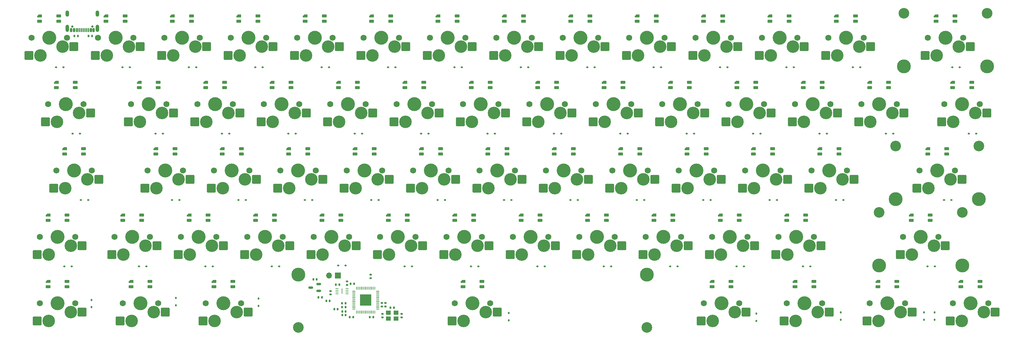
<source format=gbr>
%TF.GenerationSoftware,KiCad,Pcbnew,8.0.3*%
%TF.CreationDate,2024-11-03T20:57:16+08:00*%
%TF.ProjectId,PH60_Rev2,50483630-5f52-4657-9632-2e6b69636164,rev?*%
%TF.SameCoordinates,Original*%
%TF.FileFunction,Soldermask,Bot*%
%TF.FilePolarity,Negative*%
%FSLAX46Y46*%
G04 Gerber Fmt 4.6, Leading zero omitted, Abs format (unit mm)*
G04 Created by KiCad (PCBNEW 8.0.3) date 2024-11-03 20:57:16*
%MOMM*%
%LPD*%
G01*
G04 APERTURE LIST*
G04 Aperture macros list*
%AMRoundRect*
0 Rectangle with rounded corners*
0 $1 Rounding radius*
0 $2 $3 $4 $5 $6 $7 $8 $9 X,Y pos of 4 corners*
0 Add a 4 corners polygon primitive as box body*
4,1,4,$2,$3,$4,$5,$6,$7,$8,$9,$2,$3,0*
0 Add four circle primitives for the rounded corners*
1,1,$1+$1,$2,$3*
1,1,$1+$1,$4,$5*
1,1,$1+$1,$6,$7*
1,1,$1+$1,$8,$9*
0 Add four rect primitives between the rounded corners*
20,1,$1+$1,$2,$3,$4,$5,0*
20,1,$1+$1,$4,$5,$6,$7,0*
20,1,$1+$1,$6,$7,$8,$9,0*
20,1,$1+$1,$8,$9,$2,$3,0*%
%AMFreePoly0*
4,1,18,-0.410000,0.593000,-0.403758,0.624380,-0.385983,0.650983,-0.359380,0.668758,-0.328000,0.675000,0.328000,0.675000,0.359380,0.668758,0.385983,0.650983,0.403758,0.624380,0.410000,0.593000,0.410000,-0.593000,0.403758,-0.624380,0.385983,-0.650983,0.359380,-0.668758,0.328000,-0.675000,0.000000,-0.675000,-0.410000,-0.265000,-0.410000,0.593000,-0.410000,0.593000,$1*%
G04 Aperture macros list end*
%ADD10C,3.048000*%
%ADD11C,3.987800*%
%ADD12RoundRect,0.250000X1.025000X1.000000X-1.025000X1.000000X-1.025000X-1.000000X1.025000X-1.000000X0*%
%ADD13C,1.750000*%
%ADD14C,4.000000*%
%ADD15C,3.600000*%
%ADD16RoundRect,0.112500X-0.187500X-0.112500X0.187500X-0.112500X0.187500X0.112500X-0.187500X0.112500X0*%
%ADD17RoundRect,0.082000X-0.593000X0.328000X-0.593000X-0.328000X0.593000X-0.328000X0.593000X0.328000X0*%
%ADD18FreePoly0,270.000000*%
%ADD19RoundRect,0.140000X0.140000X0.170000X-0.140000X0.170000X-0.140000X-0.170000X0.140000X-0.170000X0*%
%ADD20RoundRect,0.140000X-0.170000X0.140000X-0.170000X-0.140000X0.170000X-0.140000X0.170000X0.140000X0*%
%ADD21RoundRect,0.112500X-0.112500X0.187500X-0.112500X-0.187500X0.112500X-0.187500X0.112500X0.187500X0*%
%ADD22RoundRect,0.140000X-0.140000X-0.170000X0.140000X-0.170000X0.140000X0.170000X-0.140000X0.170000X0*%
%ADD23RoundRect,0.150000X0.512500X0.150000X-0.512500X0.150000X-0.512500X-0.150000X0.512500X-0.150000X0*%
%ADD24RoundRect,0.050000X-0.050000X0.387500X-0.050000X-0.387500X0.050000X-0.387500X0.050000X0.387500X0*%
%ADD25RoundRect,0.050000X-0.387500X0.050000X-0.387500X-0.050000X0.387500X-0.050000X0.387500X0.050000X0*%
%ADD26R,3.200000X3.200000*%
%ADD27RoundRect,0.135000X-0.135000X-0.185000X0.135000X-0.185000X0.135000X0.185000X-0.135000X0.185000X0*%
%ADD28RoundRect,0.112500X0.112500X-0.187500X0.112500X0.187500X-0.112500X0.187500X-0.112500X-0.187500X0*%
%ADD29RoundRect,0.135000X0.135000X0.185000X-0.135000X0.185000X-0.135000X-0.185000X0.135000X-0.185000X0*%
%ADD30R,1.700000X1.700000*%
%ADD31O,1.700000X1.700000*%
%ADD32RoundRect,0.140000X0.170000X-0.140000X0.170000X0.140000X-0.170000X0.140000X-0.170000X-0.140000X0*%
%ADD33RoundRect,0.062500X0.387500X0.062500X-0.387500X0.062500X-0.387500X-0.062500X0.387500X-0.062500X0*%
%ADD34R,0.200000X1.600000*%
%ADD35RoundRect,0.135000X-0.185000X0.135000X-0.185000X-0.135000X0.185000X-0.135000X0.185000X0.135000X0*%
%ADD36C,0.650000*%
%ADD37RoundRect,0.150000X-0.150000X-0.425000X0.150000X-0.425000X0.150000X0.425000X-0.150000X0.425000X0*%
%ADD38RoundRect,0.075000X-0.075000X-0.500000X0.075000X-0.500000X0.075000X0.500000X-0.075000X0.500000X0*%
%ADD39O,1.000000X1.800000*%
%ADD40O,1.000000X2.100000*%
%ADD41R,1.400000X1.200000*%
G04 APERTURE END LIST*
D10*
%TO.C,REF\u002A\u002A*%
X280955750Y-69215000D03*
D11*
X280955750Y-84425000D03*
D10*
X304831750Y-69215000D03*
D11*
X304831750Y-84425000D03*
%TD*%
D12*
%TO.C,S30*%
X78522500Y-78740000D03*
D13*
X76517500Y-76200000D03*
D14*
X71437500Y-76200000D03*
D13*
X66357500Y-76200000D03*
D12*
X65595500Y-81280000D03*
D15*
X75247500Y-78740000D03*
X68897500Y-81280000D03*
%TD*%
D12*
%TO.C,S27*%
X283310000Y-59690000D03*
D13*
X281305000Y-57150000D03*
D14*
X276225000Y-57150000D03*
D13*
X271145000Y-57150000D03*
D12*
X270383000Y-62230000D03*
D15*
X280035000Y-59690000D03*
X273685000Y-62230000D03*
%TD*%
D12*
%TO.C,S42*%
X47566250Y-97790000D03*
D13*
X45561250Y-95250000D03*
D14*
X40481250Y-95250000D03*
D13*
X35401250Y-95250000D03*
D12*
X34639250Y-100330000D03*
D15*
X44291250Y-97790000D03*
X37941250Y-100330000D03*
%TD*%
D12*
%TO.C,S32*%
X116622500Y-78740000D03*
D13*
X114617500Y-76200000D03*
D14*
X109537500Y-76200000D03*
D13*
X104457500Y-76200000D03*
D12*
X103695500Y-81280000D03*
D15*
X113347500Y-78740000D03*
X106997500Y-81280000D03*
%TD*%
D12*
%TO.C,S38*%
X230922500Y-78740000D03*
D13*
X228917500Y-76200000D03*
D14*
X223837500Y-76200000D03*
D13*
X218757500Y-76200000D03*
D12*
X217995500Y-81280000D03*
D15*
X227647500Y-78740000D03*
X221297500Y-81280000D03*
%TD*%
D12*
%TO.C,S35*%
X173772500Y-78740000D03*
D13*
X171767500Y-76200000D03*
D14*
X166687500Y-76200000D03*
D13*
X161607500Y-76200000D03*
D12*
X160845500Y-81280000D03*
D15*
X170497500Y-78740000D03*
X164147500Y-81280000D03*
%TD*%
D12*
%TO.C,S4*%
X102335000Y-40640000D03*
D13*
X100330000Y-38100000D03*
D14*
X95250000Y-38100000D03*
D13*
X90170000Y-38100000D03*
D12*
X89408000Y-43180000D03*
D15*
X99060000Y-40640000D03*
X92710000Y-43180000D03*
%TD*%
D12*
%TO.C,S2*%
X64235000Y-40640000D03*
D13*
X62230000Y-38100000D03*
D14*
X57150000Y-38100000D03*
D13*
X52070000Y-38100000D03*
D12*
X51308000Y-43180000D03*
D15*
X60960000Y-40640000D03*
X54610000Y-43180000D03*
%TD*%
D12*
%TO.C,S22*%
X188060000Y-59690000D03*
D13*
X186055000Y-57150000D03*
D14*
X180975000Y-57150000D03*
D13*
X175895000Y-57150000D03*
D12*
X175133000Y-62230000D03*
D15*
X184785000Y-59690000D03*
X178435000Y-62230000D03*
%TD*%
D12*
%TO.C,S28*%
X307122500Y-59690000D03*
D13*
X305117500Y-57150000D03*
D14*
X300037500Y-57150000D03*
D13*
X294957500Y-57150000D03*
D12*
X294195500Y-62230000D03*
D15*
X303847500Y-59690000D03*
X297497500Y-62230000D03*
%TD*%
D12*
%TO.C,S46*%
X126147500Y-97790000D03*
D13*
X124142500Y-95250000D03*
D14*
X119062500Y-95250000D03*
D13*
X113982500Y-95250000D03*
D12*
X113220500Y-100330000D03*
D15*
X122872500Y-97790000D03*
X116522500Y-100330000D03*
%TD*%
D12*
%TO.C,S1*%
X45185000Y-40640000D03*
D13*
X43180000Y-38100000D03*
D14*
X38100000Y-38100000D03*
D13*
X33020000Y-38100000D03*
D12*
X32258000Y-43180000D03*
D15*
X41910000Y-40640000D03*
X35560000Y-43180000D03*
%TD*%
D12*
%TO.C,S54*%
X295216250Y-97790000D03*
D13*
X293211250Y-95250000D03*
D14*
X288131250Y-95250000D03*
D13*
X283051250Y-95250000D03*
D12*
X282289250Y-100330000D03*
D15*
X291941250Y-97790000D03*
X285591250Y-100330000D03*
%TD*%
D12*
%TO.C,S10*%
X216635000Y-40640000D03*
D13*
X214630000Y-38100000D03*
D14*
X209550000Y-38100000D03*
D13*
X204470000Y-38100000D03*
D12*
X203708000Y-43180000D03*
D15*
X213360000Y-40640000D03*
X207010000Y-43180000D03*
%TD*%
D10*
%TO.C,REF\u002A\u002A*%
X283337000Y-31115000D03*
D11*
X283337000Y-46325000D03*
D10*
X307213000Y-31115000D03*
D11*
X307213000Y-46325000D03*
%TD*%
D12*
%TO.C,S34*%
X154722500Y-78740000D03*
D13*
X152717500Y-76200000D03*
D14*
X147637500Y-76200000D03*
D13*
X142557500Y-76200000D03*
D12*
X141795500Y-81280000D03*
D15*
X151447500Y-78740000D03*
X145097500Y-81280000D03*
%TD*%
D12*
%TO.C,S15*%
X49947500Y-59690000D03*
D13*
X47942500Y-57150000D03*
D14*
X42862500Y-57150000D03*
D13*
X37782500Y-57150000D03*
D12*
X37020500Y-62230000D03*
D15*
X46672500Y-59690000D03*
X40322500Y-62230000D03*
%TD*%
D12*
%TO.C,S56*%
X71378750Y-116840000D03*
D13*
X69373750Y-114300000D03*
D14*
X64293750Y-114300000D03*
D13*
X59213750Y-114300000D03*
D12*
X58451750Y-119380000D03*
D15*
X68103750Y-116840000D03*
X61753750Y-119380000D03*
%TD*%
D12*
%TO.C,S20*%
X149960000Y-59690000D03*
D13*
X147955000Y-57150000D03*
D14*
X142875000Y-57150000D03*
D13*
X137795000Y-57150000D03*
D12*
X137033000Y-62230000D03*
D15*
X146685000Y-59690000D03*
X140335000Y-62230000D03*
%TD*%
D12*
%TO.C,S17*%
X92810000Y-59690000D03*
D13*
X90805000Y-57150000D03*
D14*
X85725000Y-57150000D03*
D13*
X80645000Y-57150000D03*
D12*
X79883000Y-62230000D03*
D15*
X89535000Y-59690000D03*
X83185000Y-62230000D03*
%TD*%
D12*
%TO.C,S31*%
X97572500Y-78740000D03*
D13*
X95567500Y-76200000D03*
D14*
X90487500Y-76200000D03*
D13*
X85407500Y-76200000D03*
D12*
X84645500Y-81280000D03*
D15*
X94297500Y-78740000D03*
X87947500Y-81280000D03*
%TD*%
D10*
%TO.C,REF\u002A\u002A*%
X276193250Y-88265000D03*
D11*
X276193250Y-103475000D03*
D10*
X300069250Y-88265000D03*
D11*
X300069250Y-103475000D03*
%TD*%
D12*
%TO.C,S48*%
X164247500Y-97790000D03*
D13*
X162242500Y-95250000D03*
D14*
X157162500Y-95250000D03*
D13*
X152082500Y-95250000D03*
D12*
X151320500Y-100330000D03*
D15*
X160972500Y-97790000D03*
X154622500Y-100330000D03*
%TD*%
D12*
%TO.C,S51*%
X221397500Y-97790000D03*
D13*
X219392500Y-95250000D03*
D14*
X214312500Y-95250000D03*
D13*
X209232500Y-95250000D03*
D12*
X208470500Y-100330000D03*
D15*
X218122500Y-97790000D03*
X211772500Y-100330000D03*
%TD*%
D12*
%TO.C,S23*%
X207110000Y-59690000D03*
D13*
X205105000Y-57150000D03*
D14*
X200025000Y-57150000D03*
D13*
X194945000Y-57150000D03*
D12*
X194183000Y-62230000D03*
D15*
X203835000Y-59690000D03*
X197485000Y-62230000D03*
%TD*%
D12*
%TO.C,S50*%
X202347500Y-97790000D03*
D13*
X200342500Y-95250000D03*
D14*
X195262500Y-95250000D03*
D13*
X190182500Y-95250000D03*
D12*
X189420500Y-100330000D03*
D15*
X199072500Y-97790000D03*
X192722500Y-100330000D03*
%TD*%
D12*
%TO.C,S18*%
X111860000Y-59690000D03*
D13*
X109855000Y-57150000D03*
D14*
X104775000Y-57150000D03*
D13*
X99695000Y-57150000D03*
D12*
X98933000Y-62230000D03*
D15*
X108585000Y-59690000D03*
X102235000Y-62230000D03*
%TD*%
D12*
%TO.C,S33*%
X135672500Y-78740000D03*
D13*
X133667500Y-76200000D03*
D14*
X128587500Y-76200000D03*
D13*
X123507500Y-76200000D03*
D12*
X122745500Y-81280000D03*
D15*
X132397500Y-78740000D03*
X126047500Y-81280000D03*
%TD*%
D12*
%TO.C,S61*%
X285691250Y-116840000D03*
D13*
X283686250Y-114300000D03*
D14*
X278606250Y-114300000D03*
D13*
X273526250Y-114300000D03*
D12*
X272764250Y-119380000D03*
D15*
X282416250Y-116840000D03*
X276066250Y-119380000D03*
%TD*%
D12*
%TO.C,S16*%
X73760000Y-59690000D03*
D13*
X71755000Y-57150000D03*
D14*
X66675000Y-57150000D03*
D13*
X61595000Y-57150000D03*
D12*
X60833000Y-62230000D03*
D15*
X70485000Y-59690000D03*
X64135000Y-62230000D03*
%TD*%
D12*
%TO.C,S60*%
X261878750Y-116840000D03*
D13*
X259873750Y-114300000D03*
D14*
X254793750Y-114300000D03*
D13*
X249713750Y-114300000D03*
D12*
X248951750Y-119380000D03*
D15*
X258603750Y-116840000D03*
X252253750Y-119380000D03*
%TD*%
D12*
%TO.C,S58*%
X166628750Y-116840000D03*
D13*
X164623750Y-114300000D03*
D14*
X159543750Y-114300000D03*
D13*
X154463750Y-114300000D03*
D12*
X153701750Y-119380000D03*
D15*
X163353750Y-116840000D03*
X157003750Y-119380000D03*
%TD*%
D12*
%TO.C,S24*%
X226160000Y-59690000D03*
D13*
X224155000Y-57150000D03*
D14*
X219075000Y-57150000D03*
D13*
X213995000Y-57150000D03*
D12*
X213233000Y-62230000D03*
D15*
X222885000Y-59690000D03*
X216535000Y-62230000D03*
%TD*%
D12*
%TO.C,S29*%
X52328750Y-78740000D03*
D13*
X50323750Y-76200000D03*
D14*
X45243750Y-76200000D03*
D13*
X40163750Y-76200000D03*
D12*
X39401750Y-81280000D03*
D15*
X49053750Y-78740000D03*
X42703750Y-81280000D03*
%TD*%
D12*
%TO.C,S37*%
X211872500Y-78740000D03*
D13*
X209867500Y-76200000D03*
D14*
X204787500Y-76200000D03*
D13*
X199707500Y-76200000D03*
D12*
X198945500Y-81280000D03*
D15*
X208597500Y-78740000D03*
X202247500Y-81280000D03*
%TD*%
D12*
%TO.C,S43*%
X68997500Y-97790000D03*
D13*
X66992500Y-95250000D03*
D14*
X61912500Y-95250000D03*
D13*
X56832500Y-95250000D03*
D12*
X56070500Y-100330000D03*
D15*
X65722500Y-97790000D03*
X59372500Y-100330000D03*
%TD*%
D12*
%TO.C,S3*%
X83285000Y-40640000D03*
D13*
X81280000Y-38100000D03*
D14*
X76200000Y-38100000D03*
D13*
X71120000Y-38100000D03*
D12*
X70358000Y-43180000D03*
D15*
X80010000Y-40640000D03*
X73660000Y-43180000D03*
%TD*%
D12*
%TO.C,S36*%
X192822500Y-78740000D03*
D13*
X190817500Y-76200000D03*
D14*
X185737500Y-76200000D03*
D13*
X180657500Y-76200000D03*
D12*
X179895500Y-81280000D03*
D15*
X189547500Y-78740000D03*
X183197500Y-81280000D03*
%TD*%
D12*
%TO.C,S6*%
X140435000Y-40640000D03*
D13*
X138430000Y-38100000D03*
D14*
X133350000Y-38100000D03*
D13*
X128270000Y-38100000D03*
D12*
X127508000Y-43180000D03*
D15*
X137160000Y-40640000D03*
X130810000Y-43180000D03*
%TD*%
D12*
%TO.C,S55*%
X47566250Y-116840000D03*
D13*
X45561250Y-114300000D03*
D14*
X40481250Y-114300000D03*
D13*
X35401250Y-114300000D03*
D12*
X34639250Y-119380000D03*
D15*
X44291250Y-116840000D03*
X37941250Y-119380000D03*
%TD*%
D12*
%TO.C,S25*%
X245210000Y-59690000D03*
D13*
X243205000Y-57150000D03*
D14*
X238125000Y-57150000D03*
D13*
X233045000Y-57150000D03*
D12*
X232283000Y-62230000D03*
D15*
X241935000Y-59690000D03*
X235585000Y-62230000D03*
%TD*%
D12*
%TO.C,S9*%
X197585000Y-40640000D03*
D13*
X195580000Y-38100000D03*
D14*
X190500000Y-38100000D03*
D13*
X185420000Y-38100000D03*
D12*
X184658000Y-43180000D03*
D15*
X194310000Y-40640000D03*
X187960000Y-43180000D03*
%TD*%
D12*
%TO.C,S26*%
X264260000Y-59690000D03*
D13*
X262255000Y-57150000D03*
D14*
X257175000Y-57150000D03*
D13*
X252095000Y-57150000D03*
D12*
X251333000Y-62230000D03*
D15*
X260985000Y-59690000D03*
X254635000Y-62230000D03*
%TD*%
D12*
%TO.C,S11*%
X235685000Y-40640000D03*
D13*
X233680000Y-38100000D03*
D14*
X228600000Y-38100000D03*
D13*
X223520000Y-38100000D03*
D12*
X222758000Y-43180000D03*
D15*
X232410000Y-40640000D03*
X226060000Y-43180000D03*
%TD*%
D12*
%TO.C,S59*%
X238066250Y-116840000D03*
D13*
X236061250Y-114300000D03*
D14*
X230981250Y-114300000D03*
D13*
X225901250Y-114300000D03*
D12*
X225139250Y-119380000D03*
D15*
X234791250Y-116840000D03*
X228441250Y-119380000D03*
%TD*%
D12*
%TO.C,S53*%
X259497500Y-97790000D03*
D13*
X257492500Y-95250000D03*
D14*
X252412500Y-95250000D03*
D13*
X247332500Y-95250000D03*
D12*
X246570500Y-100330000D03*
D15*
X256222500Y-97790000D03*
X249872500Y-100330000D03*
%TD*%
D12*
%TO.C,S12*%
X254735000Y-40640000D03*
D13*
X252730000Y-38100000D03*
D14*
X247650000Y-38100000D03*
D13*
X242570000Y-38100000D03*
D12*
X241808000Y-43180000D03*
D15*
X251460000Y-40640000D03*
X245110000Y-43180000D03*
%TD*%
D12*
%TO.C,S57*%
X95191250Y-116840000D03*
D13*
X93186250Y-114300000D03*
D14*
X88106250Y-114300000D03*
D13*
X83026250Y-114300000D03*
D12*
X82264250Y-119380000D03*
D15*
X91916250Y-116840000D03*
X85566250Y-119380000D03*
%TD*%
D12*
%TO.C,S8*%
X178535000Y-40640000D03*
D13*
X176530000Y-38100000D03*
D14*
X171450000Y-38100000D03*
D13*
X166370000Y-38100000D03*
D12*
X165608000Y-43180000D03*
D15*
X175260000Y-40640000D03*
X168910000Y-43180000D03*
%TD*%
D12*
%TO.C,S13*%
X273785000Y-40640000D03*
D13*
X271780000Y-38100000D03*
D14*
X266700000Y-38100000D03*
D13*
X261620000Y-38100000D03*
D12*
X260858000Y-43180000D03*
D15*
X270510000Y-40640000D03*
X264160000Y-43180000D03*
%TD*%
D12*
%TO.C,S14*%
X302360000Y-40640000D03*
D13*
X300355000Y-38100000D03*
D14*
X295275000Y-38100000D03*
D13*
X290195000Y-38100000D03*
D12*
X289433000Y-43180000D03*
D15*
X299085000Y-40640000D03*
X292735000Y-43180000D03*
%TD*%
D12*
%TO.C,S21*%
X169010000Y-59690000D03*
D13*
X167005000Y-57150000D03*
D14*
X161925000Y-57150000D03*
D13*
X156845000Y-57150000D03*
D12*
X156083000Y-62230000D03*
D15*
X165735000Y-59690000D03*
X159385000Y-62230000D03*
%TD*%
D12*
%TO.C,S19*%
X130910000Y-59690000D03*
D13*
X128905000Y-57150000D03*
D14*
X123825000Y-57150000D03*
D13*
X118745000Y-57150000D03*
D12*
X117983000Y-62230000D03*
D15*
X127635000Y-59690000D03*
X121285000Y-62230000D03*
%TD*%
D10*
%TO.C,REF\u002A\u002A*%
X209543750Y-121285000D03*
D11*
X209543750Y-106075000D03*
D10*
X109543750Y-121285000D03*
D11*
X109543750Y-106075000D03*
%TD*%
D12*
%TO.C,S5*%
X121385000Y-40640000D03*
D13*
X119380000Y-38100000D03*
D14*
X114300000Y-38100000D03*
D13*
X109220000Y-38100000D03*
D12*
X108458000Y-43180000D03*
D15*
X118110000Y-40640000D03*
X111760000Y-43180000D03*
%TD*%
D12*
%TO.C,S45*%
X107097500Y-97790000D03*
D13*
X105092500Y-95250000D03*
D14*
X100012500Y-95250000D03*
D13*
X94932500Y-95250000D03*
D12*
X94170500Y-100330000D03*
D15*
X103822500Y-97790000D03*
X97472500Y-100330000D03*
%TD*%
D12*
%TO.C,S62*%
X309503750Y-116840000D03*
D13*
X307498750Y-114300000D03*
D14*
X302418750Y-114300000D03*
D13*
X297338750Y-114300000D03*
D12*
X296576750Y-119380000D03*
D15*
X306228750Y-116840000D03*
X299878750Y-119380000D03*
%TD*%
D12*
%TO.C,S52*%
X240447500Y-97790000D03*
D13*
X238442500Y-95250000D03*
D14*
X233362500Y-95250000D03*
D13*
X228282500Y-95250000D03*
D12*
X227520500Y-100330000D03*
D15*
X237172500Y-97790000D03*
X230822500Y-100330000D03*
%TD*%
D12*
%TO.C,S7*%
X159485000Y-40640000D03*
D13*
X157480000Y-38100000D03*
D14*
X152400000Y-38100000D03*
D13*
X147320000Y-38100000D03*
D12*
X146558000Y-43180000D03*
D15*
X156210000Y-40640000D03*
X149860000Y-43180000D03*
%TD*%
D12*
%TO.C,S41*%
X299978750Y-78740000D03*
D13*
X297973750Y-76200000D03*
D14*
X292893750Y-76200000D03*
D13*
X287813750Y-76200000D03*
D12*
X287051750Y-81280000D03*
D15*
X296703750Y-78740000D03*
X290353750Y-81280000D03*
%TD*%
D12*
%TO.C,S49*%
X183297500Y-97790000D03*
D13*
X181292500Y-95250000D03*
D14*
X176212500Y-95250000D03*
D13*
X171132500Y-95250000D03*
D12*
X170370500Y-100330000D03*
D15*
X180022500Y-97790000D03*
X173672500Y-100330000D03*
%TD*%
D12*
%TO.C,S44*%
X88047500Y-97790000D03*
D13*
X86042500Y-95250000D03*
D14*
X80962500Y-95250000D03*
D13*
X75882500Y-95250000D03*
D12*
X75120500Y-100330000D03*
D15*
X84772500Y-97790000D03*
X78422500Y-100330000D03*
%TD*%
D12*
%TO.C,S39*%
X249972500Y-78740000D03*
D13*
X247967500Y-76200000D03*
D14*
X242887500Y-76200000D03*
D13*
X237807500Y-76200000D03*
D12*
X237045500Y-81280000D03*
D15*
X246697500Y-78740000D03*
X240347500Y-81280000D03*
%TD*%
D12*
%TO.C,S40*%
X269022500Y-78740000D03*
D13*
X267017500Y-76200000D03*
D14*
X261937500Y-76200000D03*
D13*
X256857500Y-76200000D03*
D12*
X256095500Y-81280000D03*
D15*
X265747500Y-78740000D03*
X259397500Y-81280000D03*
%TD*%
D12*
%TO.C,S47*%
X145197500Y-97790000D03*
D13*
X143192500Y-95250000D03*
D14*
X138112500Y-95250000D03*
D13*
X133032500Y-95250000D03*
D12*
X132270500Y-100330000D03*
D15*
X141922500Y-97790000D03*
X135572500Y-100330000D03*
%TD*%
D16*
%TO.C,D21*%
X163874999Y-65650000D03*
X165974999Y-65650000D03*
%TD*%
D17*
%TO.C,RGB20*%
X145600000Y-52400000D03*
X145600000Y-50900000D03*
D18*
X140150000Y-50900000D03*
D17*
X140150000Y-52400000D03*
%TD*%
D19*
%TO.C,C13*%
X125305000Y-118275000D03*
X124345000Y-118275000D03*
%TD*%
D20*
%TO.C,C3*%
X133737500Y-117370000D03*
X133737500Y-118330000D03*
%TD*%
D16*
%TO.C,D46*%
X121035000Y-103435000D03*
X123135000Y-103435000D03*
%TD*%
D21*
%TO.C,D55*%
X50225000Y-113335000D03*
X50225000Y-115435000D03*
%TD*%
D17*
%TO.C,RGB58*%
X162268750Y-109550000D03*
X162268750Y-108050000D03*
D18*
X156818750Y-108050000D03*
D17*
X156818750Y-109550000D03*
%TD*%
%TO.C,RGB14*%
X298000000Y-33350000D03*
X298000000Y-31850000D03*
D18*
X292550000Y-31850000D03*
D17*
X292550000Y-33350000D03*
%TD*%
D19*
%TO.C,C8*%
X120855000Y-116000000D03*
X119895000Y-116000000D03*
%TD*%
D22*
%TO.C,C18*%
X115370000Y-112625000D03*
X116330000Y-112625000D03*
%TD*%
D23*
%TO.C,U1*%
X115425000Y-108825000D03*
X115425000Y-110725000D03*
X113150000Y-109775000D03*
%TD*%
D17*
%TO.C,RGB55*%
X43206250Y-109550000D03*
X43206250Y-108050000D03*
D18*
X37756250Y-108050000D03*
D17*
X37756250Y-109550000D03*
%TD*%
D16*
%TO.C,D7*%
X154349999Y-46600000D03*
X156449999Y-46600000D03*
%TD*%
D24*
%TO.C,U3*%
X126300000Y-109962500D03*
X126700000Y-109962500D03*
X127100000Y-109962500D03*
X127500000Y-109962500D03*
X127900000Y-109962500D03*
X128300000Y-109962500D03*
X128700000Y-109962500D03*
X129100000Y-109962500D03*
X129500000Y-109962500D03*
X129900000Y-109962500D03*
X130300000Y-109962500D03*
X130700000Y-109962500D03*
X131100000Y-109962500D03*
X131500000Y-109962500D03*
D25*
X132337500Y-110800000D03*
X132337500Y-111200000D03*
X132337500Y-111600000D03*
X132337500Y-112000000D03*
X132337500Y-112400000D03*
X132337500Y-112800000D03*
X132337500Y-113200000D03*
X132337500Y-113600000D03*
X132337500Y-114000000D03*
X132337500Y-114400000D03*
X132337500Y-114800000D03*
X132337500Y-115200000D03*
X132337500Y-115600000D03*
X132337500Y-116000000D03*
D24*
X131500000Y-116837500D03*
X131100000Y-116837500D03*
X130700000Y-116837500D03*
X130300000Y-116837500D03*
X129900000Y-116837500D03*
X129500000Y-116837500D03*
X129100000Y-116837500D03*
X128700000Y-116837500D03*
X128300000Y-116837500D03*
X127900000Y-116837500D03*
X127500000Y-116837500D03*
X127100000Y-116837500D03*
X126700000Y-116837500D03*
X126300000Y-116837500D03*
D25*
X125462500Y-116000000D03*
X125462500Y-115600000D03*
X125462500Y-115200000D03*
X125462500Y-114800000D03*
X125462500Y-114400000D03*
X125462500Y-114000000D03*
X125462500Y-113600000D03*
X125462500Y-113200000D03*
X125462500Y-112800000D03*
X125462500Y-112400000D03*
X125462500Y-112000000D03*
X125462500Y-111600000D03*
X125462500Y-111200000D03*
X125462500Y-110800000D03*
D26*
X128900000Y-113400000D03*
%TD*%
D16*
%TO.C,D15*%
X44812499Y-65650000D03*
X46912499Y-65650000D03*
%TD*%
D17*
%TO.C,RGB57*%
X90831250Y-109550000D03*
X90831250Y-108050000D03*
D18*
X85381250Y-108050000D03*
D17*
X85381250Y-109550000D03*
%TD*%
%TO.C,RGB38*%
X226562500Y-71450000D03*
X226562500Y-69950000D03*
D18*
X221112500Y-69950000D03*
D17*
X221112500Y-71450000D03*
%TD*%
%TO.C,RGB37*%
X207512500Y-71450000D03*
X207512500Y-69950000D03*
D18*
X202062500Y-69950000D03*
D17*
X202062500Y-71450000D03*
%TD*%
D16*
%TO.C,D43*%
X63862499Y-103750000D03*
X65962499Y-103750000D03*
%TD*%
%TO.C,D22*%
X182924999Y-65650000D03*
X185024999Y-65650000D03*
%TD*%
%TO.C,D44*%
X82912499Y-103750000D03*
X85012499Y-103750000D03*
%TD*%
D27*
%TO.C,R5*%
X135977500Y-115600000D03*
X136997500Y-115600000D03*
%TD*%
D17*
%TO.C,RGB52*%
X236087500Y-90500000D03*
X236087500Y-89000000D03*
D18*
X230637500Y-89000000D03*
D17*
X230637500Y-90500000D03*
%TD*%
D27*
%TO.C,R7*%
X49375000Y-37575000D03*
X50395000Y-37575000D03*
%TD*%
D28*
%TO.C,D58*%
X169975000Y-119215000D03*
X169975000Y-117115000D03*
%TD*%
D16*
%TO.C,D20*%
X144824999Y-65650000D03*
X146924999Y-65650000D03*
%TD*%
D17*
%TO.C,RGB3*%
X78925000Y-33350000D03*
X78925000Y-31850000D03*
D18*
X73475000Y-31850000D03*
D17*
X73475000Y-33350000D03*
%TD*%
%TO.C,RGB60*%
X257518750Y-109550000D03*
X257518750Y-108050000D03*
D18*
X252068750Y-108050000D03*
D17*
X252068750Y-109550000D03*
%TD*%
%TO.C,RGB5*%
X117025000Y-33350000D03*
X117025000Y-31850000D03*
D18*
X111575000Y-31850000D03*
D17*
X111575000Y-33350000D03*
%TD*%
%TO.C,RGB16*%
X69400000Y-52400000D03*
X69400000Y-50900000D03*
D18*
X63950000Y-50900000D03*
D17*
X63950000Y-52400000D03*
%TD*%
D16*
%TO.C,D19*%
X125774999Y-65650000D03*
X127874999Y-65650000D03*
%TD*%
D19*
%TO.C,C16*%
X118567500Y-113600000D03*
X117607500Y-113600000D03*
%TD*%
D16*
%TO.C,D4*%
X97199999Y-46600000D03*
X99299999Y-46600000D03*
%TD*%
%TO.C,D13*%
X268649999Y-46600000D03*
X270749999Y-46600000D03*
%TD*%
%TO.C,D29*%
X47193749Y-84700000D03*
X49293749Y-84700000D03*
%TD*%
D17*
%TO.C,RGB24*%
X221800000Y-52400000D03*
X221800000Y-50900000D03*
D18*
X216350000Y-50900000D03*
D17*
X216350000Y-52400000D03*
%TD*%
D16*
%TO.C,D11*%
X230549999Y-46600000D03*
X232649999Y-46600000D03*
%TD*%
D22*
%TO.C,C5*%
X120357500Y-109000000D03*
X121317500Y-109000000D03*
%TD*%
D17*
%TO.C,RGB18*%
X107500000Y-52400000D03*
X107500000Y-50900000D03*
D18*
X102050000Y-50900000D03*
D17*
X102050000Y-52400000D03*
%TD*%
%TO.C,RGB27*%
X278950000Y-52400000D03*
X278950000Y-50900000D03*
D18*
X273500000Y-50900000D03*
D17*
X273500000Y-52400000D03*
%TD*%
%TO.C,RGB34*%
X150362500Y-71450000D03*
X150362500Y-69950000D03*
D18*
X144912500Y-69950000D03*
D17*
X144912500Y-71450000D03*
%TD*%
%TO.C,RGB47*%
X140837500Y-90500000D03*
X140837500Y-89000000D03*
D18*
X135387500Y-89000000D03*
D17*
X135387500Y-90500000D03*
%TD*%
D22*
%TO.C,C9*%
X130107500Y-118250000D03*
X131067500Y-118250000D03*
%TD*%
D16*
%TO.C,D2*%
X59099999Y-46600000D03*
X61199999Y-46600000D03*
%TD*%
D17*
%TO.C,RGB29*%
X47968750Y-71450000D03*
X47968750Y-69950000D03*
D18*
X42518750Y-69950000D03*
D17*
X42518750Y-71450000D03*
%TD*%
%TO.C,RGB7*%
X155125000Y-33350000D03*
X155125000Y-31850000D03*
D18*
X149675000Y-31850000D03*
D17*
X149675000Y-33350000D03*
%TD*%
D16*
%TO.C,D34*%
X149587499Y-84700000D03*
X151687499Y-84700000D03*
%TD*%
D17*
%TO.C,RGB48*%
X159887500Y-90500000D03*
X159887500Y-89000000D03*
D18*
X154437500Y-89000000D03*
D17*
X154437500Y-90500000D03*
%TD*%
D16*
%TO.C,D27*%
X278174999Y-65650000D03*
X280274999Y-65650000D03*
%TD*%
D17*
%TO.C,RGB4*%
X97975000Y-33350000D03*
X97975000Y-31850000D03*
D18*
X92525000Y-31850000D03*
D17*
X92525000Y-33350000D03*
%TD*%
%TO.C,RGB17*%
X88450000Y-52400000D03*
X88450000Y-50900000D03*
D18*
X83000000Y-50900000D03*
D17*
X83000000Y-52400000D03*
%TD*%
%TO.C,RGB9*%
X193225000Y-33350000D03*
X193225000Y-31850000D03*
D18*
X187775000Y-31850000D03*
D17*
X187775000Y-33350000D03*
%TD*%
%TO.C,RGB59*%
X233706250Y-109550000D03*
X233706250Y-108050000D03*
D18*
X228256250Y-108050000D03*
D17*
X228256250Y-109550000D03*
%TD*%
D27*
%TO.C,R3*%
X122135000Y-114285000D03*
X123155000Y-114285000D03*
%TD*%
D16*
%TO.C,D18*%
X106724999Y-65650000D03*
X108824999Y-65650000D03*
%TD*%
%TO.C,D30*%
X73387499Y-84700000D03*
X75487499Y-84700000D03*
%TD*%
D21*
%TO.C,D57*%
X98165000Y-112987500D03*
X98165000Y-115087500D03*
%TD*%
D16*
%TO.C,D45*%
X101962499Y-103750000D03*
X104062499Y-103750000D03*
%TD*%
D17*
%TO.C,RGB35*%
X169412500Y-71450000D03*
X169412500Y-69950000D03*
D18*
X163962500Y-69950000D03*
D17*
X163962500Y-71450000D03*
%TD*%
D19*
%TO.C,C14*%
X125567500Y-108750000D03*
X124607500Y-108750000D03*
%TD*%
%TO.C,C10*%
X123130000Y-116675000D03*
X122170000Y-116675000D03*
%TD*%
D16*
%TO.C,D31*%
X92437499Y-84700000D03*
X94537499Y-84700000D03*
%TD*%
D28*
%TO.C,D61*%
X289055000Y-119042500D03*
X289055000Y-116942500D03*
%TD*%
D29*
%TO.C,R6*%
X46375000Y-37575000D03*
X45355000Y-37575000D03*
%TD*%
D16*
%TO.C,D16*%
X68624999Y-65650000D03*
X70724999Y-65650000D03*
%TD*%
D17*
%TO.C,RGB46*%
X121787500Y-90500000D03*
X121787500Y-89000000D03*
D18*
X116337500Y-89000000D03*
D17*
X116337500Y-90500000D03*
%TD*%
D16*
%TO.C,D6*%
X135299999Y-46600000D03*
X137399999Y-46600000D03*
%TD*%
%TO.C,D48*%
X159112499Y-103750000D03*
X161212499Y-103750000D03*
%TD*%
D17*
%TO.C,RGB44*%
X83687500Y-90500000D03*
X83687500Y-89000000D03*
D18*
X78237500Y-89000000D03*
D17*
X78237500Y-90500000D03*
%TD*%
%TO.C,RGB23*%
X202750000Y-52400000D03*
X202750000Y-50900000D03*
D18*
X197300000Y-50900000D03*
D17*
X197300000Y-52400000D03*
%TD*%
%TO.C,RGB50*%
X197987500Y-90500000D03*
X197987500Y-89000000D03*
D18*
X192537500Y-89000000D03*
D17*
X192537500Y-90500000D03*
%TD*%
%TO.C,RGB33*%
X131312500Y-71450000D03*
X131312500Y-69950000D03*
D18*
X125862500Y-69950000D03*
D17*
X125862500Y-71450000D03*
%TD*%
D30*
%TO.C,J2*%
X120940000Y-106325000D03*
D31*
X118400000Y-106325000D03*
%TD*%
D17*
%TO.C,RGB26*%
X259900000Y-52400000D03*
X259900000Y-50900000D03*
D18*
X254450000Y-50900000D03*
D17*
X254450000Y-52400000D03*
%TD*%
D16*
%TO.C,D24*%
X221024999Y-65650000D03*
X223124999Y-65650000D03*
%TD*%
D32*
%TO.C,C2*%
X139237500Y-118330000D03*
X139237500Y-117370000D03*
%TD*%
D16*
%TO.C,D35*%
X168637499Y-84700000D03*
X170737499Y-84700000D03*
%TD*%
D17*
%TO.C,RGB61*%
X281331250Y-109550000D03*
X281331250Y-108050000D03*
D18*
X275881250Y-108050000D03*
D17*
X275881250Y-109550000D03*
%TD*%
D16*
%TO.C,D38*%
X225787499Y-84700000D03*
X227887499Y-84700000D03*
%TD*%
D17*
%TO.C,RGB62*%
X305143750Y-109550000D03*
X305143750Y-108050000D03*
D18*
X299693750Y-108050000D03*
D17*
X299693750Y-109550000D03*
%TD*%
%TO.C,RGB49*%
X178937500Y-90500000D03*
X178937500Y-89000000D03*
D18*
X173487500Y-89000000D03*
D17*
X173487500Y-90500000D03*
%TD*%
D20*
%TO.C,C12*%
X134587500Y-114250000D03*
X134587500Y-115210000D03*
%TD*%
D17*
%TO.C,RGB28*%
X302762500Y-52400000D03*
X302762500Y-50900000D03*
D18*
X297312500Y-50900000D03*
D17*
X297312500Y-52400000D03*
%TD*%
D28*
%TO.C,D62*%
X292125000Y-119062500D03*
X292125000Y-116962500D03*
%TD*%
D17*
%TO.C,RGB13*%
X269425000Y-33350000D03*
X269425000Y-31850000D03*
D18*
X263975000Y-31850000D03*
D17*
X263975000Y-33350000D03*
%TD*%
%TO.C,RGB12*%
X250375000Y-33350000D03*
X250375000Y-31850000D03*
D18*
X244925000Y-31850000D03*
D17*
X244925000Y-33350000D03*
%TD*%
D19*
%TO.C,C11*%
X123155000Y-117725000D03*
X122195000Y-117725000D03*
%TD*%
D17*
%TO.C,RGB54*%
X290856250Y-90500000D03*
X290856250Y-89000000D03*
D18*
X285406250Y-89000000D03*
D17*
X285406250Y-90500000D03*
%TD*%
%TO.C,RGB41*%
X295618750Y-71450000D03*
X295618750Y-69950000D03*
D18*
X290168750Y-69950000D03*
D17*
X290168750Y-71450000D03*
%TD*%
%TO.C,RGB2*%
X59875000Y-33350000D03*
X59875000Y-31850000D03*
D18*
X54425000Y-31850000D03*
D17*
X54425000Y-33350000D03*
%TD*%
%TO.C,RGB43*%
X64637500Y-90500000D03*
X64637500Y-89000000D03*
D18*
X59187500Y-89000000D03*
D17*
X59187500Y-90500000D03*
%TD*%
%TO.C,RGB1*%
X40825000Y-33350000D03*
X40825000Y-31850000D03*
D18*
X35375000Y-31850000D03*
D17*
X35375000Y-33350000D03*
%TD*%
D21*
%TO.C,D56*%
X74465000Y-112785000D03*
X74465000Y-114885000D03*
%TD*%
D32*
%TO.C,C15*%
X130325000Y-107075000D03*
X130325000Y-106115000D03*
%TD*%
D16*
%TO.C,D49*%
X178162499Y-103750000D03*
X180262499Y-103750000D03*
%TD*%
D17*
%TO.C,RGB40*%
X264662500Y-71450000D03*
X264662500Y-69950000D03*
D18*
X259212500Y-69950000D03*
D17*
X259212500Y-71450000D03*
%TD*%
%TO.C,RGB22*%
X183700000Y-52400000D03*
X183700000Y-50900000D03*
D18*
X178250000Y-50900000D03*
D17*
X178250000Y-52400000D03*
%TD*%
D28*
%TO.C,D59*%
X240985000Y-119355000D03*
X240985000Y-117255000D03*
%TD*%
D27*
%TO.C,R4*%
X122125000Y-115365000D03*
X123145000Y-115365000D03*
%TD*%
D17*
%TO.C,RGB6*%
X136075000Y-33350000D03*
X136075000Y-31850000D03*
D18*
X130625000Y-31850000D03*
D17*
X130625000Y-33350000D03*
%TD*%
D16*
%TO.C,D54*%
X290081249Y-103750000D03*
X292181249Y-103750000D03*
%TD*%
%TO.C,D17*%
X87674999Y-65650000D03*
X89774999Y-65650000D03*
%TD*%
D17*
%TO.C,RGB53*%
X255137500Y-90500000D03*
X255137500Y-89000000D03*
D18*
X249687500Y-89000000D03*
D17*
X249687500Y-90500000D03*
%TD*%
D28*
%TO.C,D60*%
X265225000Y-119042500D03*
X265225000Y-116942500D03*
%TD*%
D33*
%TO.C,U2*%
X123562500Y-110075000D03*
X123562500Y-110575000D03*
X123562500Y-111075000D03*
X123562500Y-111575000D03*
X120712500Y-111575000D03*
X120712500Y-111075000D03*
X120712500Y-110575000D03*
X120712500Y-110075000D03*
D34*
X122137500Y-110825000D03*
%TD*%
D17*
%TO.C,RGB45*%
X102737500Y-90500000D03*
X102737500Y-89000000D03*
D18*
X97287500Y-89000000D03*
D17*
X97287500Y-90500000D03*
%TD*%
D35*
%TO.C,R1*%
X123562500Y-108000000D03*
X123562500Y-109020000D03*
%TD*%
D36*
%TO.C,J1*%
X44735000Y-34855000D03*
X50515000Y-34855000D03*
D37*
X44425000Y-35930000D03*
X45225000Y-35930000D03*
D38*
X46375000Y-35930000D03*
X47375000Y-35930000D03*
X47875000Y-35930000D03*
X48875000Y-35930000D03*
D37*
X50025000Y-35930000D03*
X50825000Y-35930000D03*
X50825000Y-35930000D03*
X50025000Y-35930000D03*
D38*
X49375000Y-35930000D03*
X48375000Y-35930000D03*
X46875000Y-35930000D03*
X45875000Y-35930000D03*
D37*
X45225000Y-35930000D03*
X44425000Y-35930000D03*
D39*
X43305000Y-31175000D03*
D40*
X43305000Y-35355000D03*
D39*
X51945000Y-31175000D03*
D40*
X51945000Y-35355000D03*
%TD*%
D17*
%TO.C,RGB56*%
X67018750Y-109550000D03*
X67018750Y-108050000D03*
D18*
X61568750Y-108050000D03*
D17*
X61568750Y-109550000D03*
%TD*%
%TO.C,RGB31*%
X93212500Y-71450000D03*
X93212500Y-69950000D03*
D18*
X87762500Y-69950000D03*
D17*
X87762500Y-71450000D03*
%TD*%
D32*
%TO.C,C7*%
X118837500Y-111795758D03*
X118837500Y-110835758D03*
%TD*%
D16*
%TO.C,D26*%
X259124999Y-65650000D03*
X261224999Y-65650000D03*
%TD*%
D17*
%TO.C,RGB25*%
X240850000Y-52400000D03*
X240850000Y-50900000D03*
D18*
X235400000Y-50900000D03*
D17*
X235400000Y-52400000D03*
%TD*%
D16*
%TO.C,D5*%
X116249999Y-46600000D03*
X118349999Y-46600000D03*
%TD*%
D17*
%TO.C,RGB10*%
X212275000Y-33350000D03*
X212275000Y-31850000D03*
D18*
X206825000Y-31850000D03*
D17*
X206825000Y-33350000D03*
%TD*%
D16*
%TO.C,D12*%
X249599999Y-46600000D03*
X251699999Y-46600000D03*
%TD*%
D17*
%TO.C,RGB51*%
X217037500Y-90500000D03*
X217037500Y-89000000D03*
D18*
X211587500Y-89000000D03*
D17*
X211587500Y-90500000D03*
%TD*%
D16*
%TO.C,D9*%
X192449999Y-46600000D03*
X194549999Y-46600000D03*
%TD*%
D17*
%TO.C,RGB8*%
X174175000Y-33350000D03*
X174175000Y-31850000D03*
D18*
X168725000Y-31850000D03*
D17*
X168725000Y-33350000D03*
%TD*%
D16*
%TO.C,D25*%
X240074999Y-65650000D03*
X242174999Y-65650000D03*
%TD*%
D20*
%TO.C,C6*%
X133587500Y-114250000D03*
X133587500Y-115210000D03*
%TD*%
D16*
%TO.C,D53*%
X254362499Y-103750000D03*
X256462499Y-103750000D03*
%TD*%
%TO.C,D23*%
X201974999Y-65650000D03*
X204074999Y-65650000D03*
%TD*%
%TO.C,D28*%
X301987499Y-65650000D03*
X304087499Y-65650000D03*
%TD*%
D41*
%TO.C,Y1*%
X135387500Y-117000000D03*
X137587500Y-117000000D03*
X137587500Y-118700000D03*
X135387500Y-118700000D03*
%TD*%
D17*
%TO.C,RGB15*%
X45587500Y-52400000D03*
X45587500Y-50900000D03*
D18*
X40137500Y-50900000D03*
D17*
X40137500Y-52400000D03*
%TD*%
%TO.C,RGB11*%
X231325000Y-33350000D03*
X231325000Y-31850000D03*
D18*
X225875000Y-31850000D03*
D17*
X225875000Y-33350000D03*
%TD*%
D16*
%TO.C,D32*%
X111487499Y-84700000D03*
X113587499Y-84700000D03*
%TD*%
D17*
%TO.C,RGB32*%
X112262500Y-71450000D03*
X112262500Y-69950000D03*
D18*
X106812500Y-69950000D03*
D17*
X106812500Y-71450000D03*
%TD*%
D16*
%TO.C,D3*%
X78149999Y-46600000D03*
X80249999Y-46600000D03*
%TD*%
D17*
%TO.C,RGB19*%
X126550000Y-52400000D03*
X126550000Y-50900000D03*
D18*
X121100000Y-50900000D03*
D17*
X121100000Y-52400000D03*
%TD*%
D16*
%TO.C,D42*%
X42431249Y-103750000D03*
X44531249Y-103750000D03*
%TD*%
%TO.C,D36*%
X187687499Y-84700000D03*
X189787499Y-84700000D03*
%TD*%
%TO.C,D33*%
X130537499Y-84700000D03*
X132637499Y-84700000D03*
%TD*%
D17*
%TO.C,RGB30*%
X74162500Y-71450000D03*
X74162500Y-69950000D03*
D18*
X68712500Y-69950000D03*
D17*
X68712500Y-71450000D03*
%TD*%
D16*
%TO.C,D10*%
X211499999Y-46600000D03*
X213599999Y-46600000D03*
%TD*%
D17*
%TO.C,RGB42*%
X43206250Y-90500000D03*
X43206250Y-89000000D03*
D18*
X37756250Y-89000000D03*
D17*
X37756250Y-90500000D03*
%TD*%
D16*
%TO.C,D1*%
X40049999Y-46600000D03*
X42149999Y-46600000D03*
%TD*%
D17*
%TO.C,RGB39*%
X245612500Y-71450000D03*
X245612500Y-69950000D03*
D18*
X240162500Y-69950000D03*
D17*
X240162500Y-71450000D03*
%TD*%
D16*
%TO.C,D39*%
X244837499Y-84700000D03*
X246937499Y-84700000D03*
%TD*%
%TO.C,D14*%
X297224999Y-46600000D03*
X299324999Y-46600000D03*
%TD*%
%TO.C,D51*%
X216262499Y-103750000D03*
X218362499Y-103750000D03*
%TD*%
%TO.C,D41*%
X294843749Y-84700000D03*
X296943749Y-84700000D03*
%TD*%
D17*
%TO.C,RGB21*%
X164650000Y-52400000D03*
X164650000Y-50900000D03*
D18*
X159200000Y-50900000D03*
D17*
X159200000Y-52400000D03*
%TD*%
D16*
%TO.C,D47*%
X140062499Y-103750000D03*
X142162499Y-103750000D03*
%TD*%
%TO.C,D40*%
X263887499Y-84700000D03*
X265987499Y-84700000D03*
%TD*%
%TO.C,D37*%
X206737499Y-84700000D03*
X208837499Y-84700000D03*
%TD*%
%TO.C,D52*%
X235312499Y-103750000D03*
X237412499Y-103750000D03*
%TD*%
%TO.C,D50*%
X197212499Y-103750000D03*
X199312499Y-103750000D03*
%TD*%
D17*
%TO.C,RGB36*%
X188462500Y-71450000D03*
X188462500Y-69950000D03*
D18*
X183012500Y-69950000D03*
D17*
X183012500Y-71450000D03*
%TD*%
D22*
%TO.C,C17*%
X113890000Y-107425000D03*
X114850000Y-107425000D03*
%TD*%
D16*
%TO.C,D8*%
X173399999Y-46600000D03*
X175499999Y-46600000D03*
%TD*%
M02*

</source>
